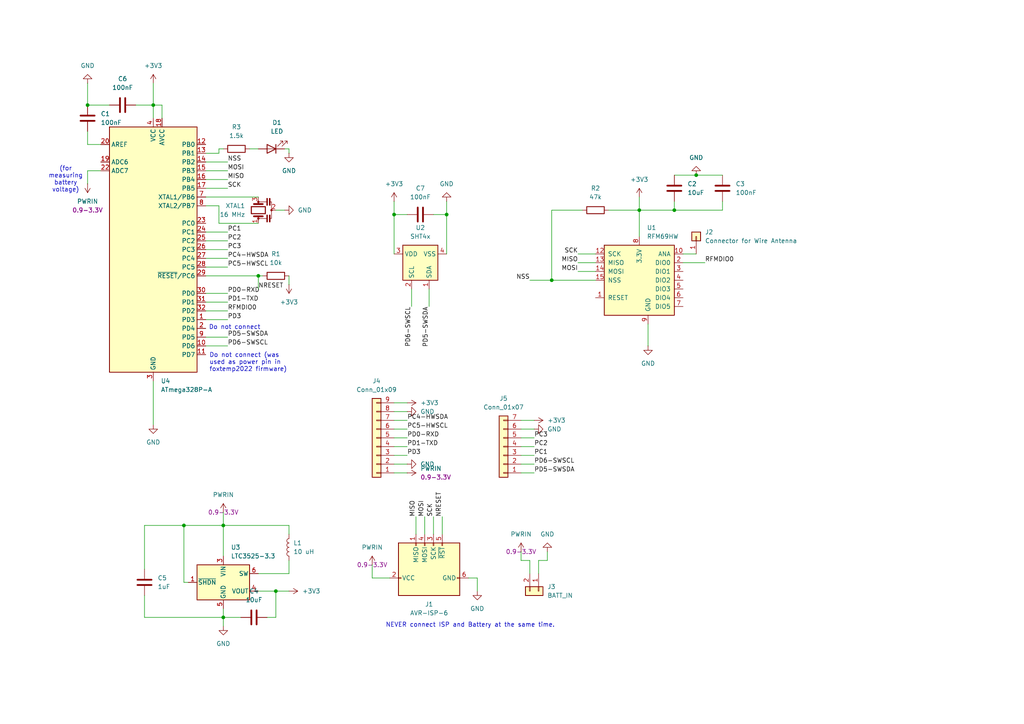
<source format=kicad_sch>
(kicad_sch (version 20231120) (generator "eeschema") (generator_version "8.0")
  (paper "A4")
  (lib_symbols
    (symbol "Connector:AVR-ISP-6" (pin_names (offset 1.016))
      (property "Reference" "J" (at -6.35 11.43 0))
      (property "Value" "AVR-ISP-6" (at 0 11.43 0))
      (symbol "AVR-ISP-6_0_1"
        (rectangle (start -2.667 -6.858) (end -2.413 -7.62))
        (rectangle (start -2.667 10.16) (end -2.413 9.398))
        (rectangle (start 7.62 -2.413) (end 6.858 -2.667))
        (rectangle (start 7.62 0.127) (end 6.858 -0.127))
        (rectangle (start 7.62 2.667) (end 6.858 2.413))
        (rectangle (start 7.62 5.207) (end 6.858 4.953))
        (rectangle (start 7.62 10.16) (end -7.62 -7.62) (stroke (width 0.254)) (fill (type background)))
      )
      (symbol "AVR-ISP-6_1_1"
        (pin passive line (at 10.16 5.08 180) (length 2.54) (name "MISO") (number "1"))
        (pin passive line (at -2.54 12.7 270) (length 2.54) (name "VCC") (number "2"))
        (pin passive line (at 10.16 0 180) (length 2.54) (name "SCK") (number "3"))
        (pin passive line (at 10.16 2.54 180) (length 2.54) (name "MOSI") (number "4"))
        (pin passive line (at 10.16 -2.54 180) (length 2.54) (name "~{RST}") (number "5"))
        (pin passive line (at -2.54 -10.16 90) (length 2.54) (name "GND") (number "6"))
      )
    )
    (symbol "Connector_Generic:Conn_01x01" (pin_names (offset 1.016) hide)
      (property "Reference" "J" (at 0 2.54 0))
      (property "Value" "Conn_01x01" (at 0 -2.54 0))
      (symbol "Conn_01x01_1_1"
        (rectangle (start -1.27 0.127) (end 0 -0.127) (stroke (width 0.1524)))
        (rectangle (start -1.27 1.27) (end 1.27 -1.27) (stroke (width 0.254)) (fill (type background)))
        (pin passive line (at -5.08 0 0) (length 3.81) (name "Pin_1") (number "1"))
      )
    )
    (symbol "Connector_Generic:Conn_01x02" (pin_names (offset 1.016) hide)
      (property "Reference" "J" (at 0 2.54 0))
      (property "Value" "Conn_01x02" (at 0 -5.08 0))
      (symbol "Conn_01x02_1_1"
        (rectangle (start -1.27 -2.413) (end 0 -2.667) (stroke (width 0.1524)))
        (rectangle (start -1.27 0.127) (end 0 -0.127) (stroke (width 0.1524)))
        (rectangle (start -1.27 1.27) (end 1.27 -3.81) (stroke (width 0.254)) (fill (type background)))
        (pin passive line (at -5.08 0 0) (length 3.81) (name "Pin_1") (number "1"))
        (pin passive line (at -5.08 -2.54 0) (length 3.81) (name "Pin_2") (number "2"))
      )
    )
    (symbol "Connector_Generic:Conn_01x07" (pin_names (offset 1.016) hide)
      (property "Reference" "J" (at 0 10.16 0))
      (property "Value" "Conn_01x07" (at 0 -10.16 0))
      (symbol "Conn_01x07_1_1"
        (rectangle (start -1.27 -7.493) (end 0 -7.747) (stroke (width 0.1524)))
        (rectangle (start -1.27 -4.953) (end 0 -5.207) (stroke (width 0.1524)))
        (rectangle (start -1.27 -2.413) (end 0 -2.667) (stroke (width 0.1524)))
        (rectangle (start -1.27 0.127) (end 0 -0.127) (stroke (width 0.1524)))
        (rectangle (start -1.27 2.667) (end 0 2.413) (stroke (width 0.1524)))
        (rectangle (start -1.27 5.207) (end 0 4.953) (stroke (width 0.1524)))
        (rectangle (start -1.27 7.747) (end 0 7.493) (stroke (width 0.1524)))
        (rectangle (start -1.27 8.89) (end 1.27 -8.89) (stroke (width 0.254)) (fill (type background)))
        (pin passive line (at -5.08 7.62 0) (length 3.81) (name "Pin_1") (number "1"))
        (pin passive line (at -5.08 5.08 0) (length 3.81) (name "Pin_2") (number "2"))
        (pin passive line (at -5.08 2.54 0) (length 3.81) (name "Pin_3") (number "3"))
        (pin passive line (at -5.08 0 0) (length 3.81) (name "Pin_4") (number "4"))
        (pin passive line (at -5.08 -2.54 0) (length 3.81) (name "Pin_5") (number "5"))
        (pin passive line (at -5.08 -5.08 0) (length 3.81) (name "Pin_6") (number "6"))
        (pin passive line (at -5.08 -7.62 0) (length 3.81) (name "Pin_7") (number "7"))
      )
    )
    (symbol "Connector_Generic:Conn_01x09" (pin_names (offset 1.016) hide)
      (property "Reference" "J" (at 0 12.7 0))
      (property "Value" "Conn_01x09" (at 0 -12.7 0))
      (symbol "Conn_01x09_1_1"
        (rectangle (start -1.27 -10.033) (end 0 -10.287) (stroke (width 0.1524)))
        (rectangle (start -1.27 -7.493) (end 0 -7.747) (stroke (width 0.1524)))
        (rectangle (start -1.27 -4.953) (end 0 -5.207) (stroke (width 0.1524)))
        (rectangle (start -1.27 -2.413) (end 0 -2.667) (stroke (width 0.1524)))
        (rectangle (start -1.27 0.127) (end 0 -0.127) (stroke (width 0.1524)))
        (rectangle (start -1.27 2.667) (end 0 2.413) (stroke (width 0.1524)))
        (rectangle (start -1.27 5.207) (end 0 4.953) (stroke (width 0.1524)))
        (rectangle (start -1.27 7.747) (end 0 7.493) (stroke (width 0.1524)))
        (rectangle (start -1.27 10.287) (end 0 10.033) (stroke (width 0.1524)))
        (rectangle (start -1.27 11.43) (end 1.27 -11.43) (stroke (width 0.254)) (fill (type background)))
        (pin passive line (at -5.08 10.16 0) (length 3.81) (name "Pin_1") (number "1"))
        (pin passive line (at -5.08 7.62 0) (length 3.81) (name "Pin_2") (number "2"))
        (pin passive line (at -5.08 5.08 0) (length 3.81) (name "Pin_3") (number "3"))
        (pin passive line (at -5.08 2.54 0) (length 3.81) (name "Pin_4") (number "4"))
        (pin passive line (at -5.08 0 0) (length 3.81) (name "Pin_5") (number "5"))
        (pin passive line (at -5.08 -2.54 0) (length 3.81) (name "Pin_6") (number "6"))
        (pin passive line (at -5.08 -5.08 0) (length 3.81) (name "Pin_7") (number "7"))
        (pin passive line (at -5.08 -7.62 0) (length 3.81) (name "Pin_8") (number "8"))
        (pin passive line (at -5.08 -10.16 0) (length 3.81) (name "Pin_9") (number "9"))
      )
    )
    (symbol "Device:C" (pin_numbers hide) (pin_names (offset 0.254))
      (property "Reference" "C" (at 0.635 2.54 0))
      (property "Value" "C" (at 0.635 -2.54 0))
      (symbol "C_0_1"
        (polyline (pts (xy -2.032 -0.762) (xy 2.032 -0.762)) (stroke (width 0.508)))
        (polyline (pts (xy -2.032 0.762) (xy 2.032 0.762)) (stroke (width 0.508)))
      )
      (symbol "C_1_1"
        (pin passive line (at 0 3.81 270) (length 2.794) (name "~") (number "1"))
        (pin passive line (at 0 -3.81 90) (length 2.794) (name "~") (number "2"))
      )
    )
    (symbol "Device:L" (pin_numbers hide) (pin_names (offset 1.016) hide)
      (property "Reference" "L" (at -1.27 0 90))
      (property "Value" "L" (at 1.905 0 90))
      (symbol "L_0_1"
        (arc (start 0 -2.54) (mid 0.6323 -1.905) (end 0 -1.27))
        (arc (start 0 -1.27) (mid 0.6323 -0.635) (end 0 0))
        (arc (start 0 0) (mid 0.6323 0.635) (end 0 1.27))
        (arc (start 0 1.27) (mid 0.6323 1.905) (end 0 2.54))
      )
      (symbol "L_1_1"
        (pin passive line (at 0 3.81 270) (length 1.27) (name "1") (number "1"))
        (pin passive line (at 0 -3.81 90) (length 1.27) (name "2") (number "2"))
      )
    )
    (symbol "Device:LED" (pin_numbers hide) (pin_names (offset 1.016) hide)
      (property "Reference" "D" (at 0 2.54 0))
      (property "Value" "LED" (at 0 -2.54 0))
      (symbol "LED_0_1"
        (polyline (pts (xy -1.27 -1.27) (xy -1.27 1.27)) (stroke (width 0.254)))
        (polyline (pts (xy -1.27 0) (xy 1.27 0)))
        (polyline (pts (xy 1.27 -1.27) (xy 1.27 1.27) (xy -1.27 0) (xy 1.27 -1.27)) (stroke (width 0.254)))
        (polyline (pts (xy -3.048 -0.762) (xy -4.572 -2.286) (xy -3.81 -2.286) (xy -4.572 -2.286) (xy -4.572 -1.524)))
        (polyline (pts (xy -1.778 -0.762) (xy -3.302 -2.286) (xy -2.54 -2.286) (xy -3.302 -2.286) (xy -3.302 -1.524)))
      )
      (symbol "LED_1_1"
        (pin passive line (at -3.81 0 0) (length 2.54) (name "K") (number "1"))
        (pin passive line (at 3.81 0 180) (length 2.54) (name "A") (number "2"))
      )
    )
    (symbol "Device:R" (pin_numbers hide) (pin_names (offset 0))
      (property "Reference" "R" (at 2.032 0 90))
      (property "Value" "R" (at 0 0 90))
      (symbol "R_0_1"
        (rectangle (start -1.016 -2.54) (end 1.016 2.54) (stroke (width 0.254)))
      )
      (symbol "R_1_1"
        (pin passive line (at 0 3.81 270) (length 1.27) (name "~") (number "1"))
        (pin passive line (at 0 -3.81 90) (length 1.27) (name "~") (number "2"))
      )
    )
    (symbol "Device:Resonator" (pin_names (offset 1.016) hide)
      (property "Reference" "Y" (at 0 5.715 0))
      (property "Value" "Resonator" (at 0 3.81 0))
      (symbol "Resonator_0_1"
        (rectangle (start -3.429 -3.175) (end -1.397 -3.429) (fill (type outline)))
        (rectangle (start -3.429 -2.413) (end -1.397 -2.667) (fill (type outline)))
        (circle (center -2.413 0) (radius 0.254) (fill (type outline)))
        (rectangle (start -1.016 2.032) (end 1.016 -2.032) (stroke (width 0.3048)))
        (circle (center 0 -3.81) (radius 0.254) (fill (type outline)))
        (polyline (pts (xy -2.413 -2.413) (xy -2.413 0)))
        (polyline (pts (xy -1.905 0) (xy -3.175 0)))
        (polyline (pts (xy -1.778 -1.27) (xy -1.778 1.27)) (stroke (width 0.508)))
        (polyline (pts (xy 1.778 -1.27) (xy 1.778 1.27)) (stroke (width 0.508)))
        (polyline (pts (xy 1.905 0) (xy 2.54 0)))
        (polyline (pts (xy 2.413 0) (xy 2.413 -2.54)))
        (polyline (pts (xy 2.413 -3.302) (xy 2.413 -3.81) (xy -2.413 -3.81) (xy -2.413 -3.302)))
        (rectangle (start 1.397 -3.175) (end 3.429 -3.429) (fill (type outline)))
        (rectangle (start 1.397 -2.413) (end 3.429 -2.667) (fill (type outline)))
        (circle (center 2.413 0) (radius 0.254) (fill (type outline)))
      )
      (symbol "Resonator_1_1"
        (pin passive line (at -3.81 0 0) (length 1.27) (name "1") (number "1"))
        (pin passive line (at 0 -5.08 90) (length 1.27) (name "2") (number "2"))
        (pin passive line (at 3.81 0 180) (length 1.27) (name "3") (number "3"))
      )
    )
    (symbol "MCU_Microchip_ATmega:ATmega328P-A"
      (property "Reference" "U" (at -12.7 36.83 0))
      (property "Value" "ATmega328P-A" (at 2.54 -36.83 0))
      (symbol "ATmega328P-A_0_1"
        (rectangle (start -12.7 -35.56) (end 12.7 35.56) (stroke (width 0.254)) (fill (type background)))
      )
      (symbol "ATmega328P-A_1_1"
        (pin bidirectional line (at 15.24 -20.32 180) (length 2.54) (name "PD3") (number "1"))
        (pin bidirectional line (at 15.24 -27.94 180) (length 2.54) (name "PD6") (number "10"))
        (pin bidirectional line (at 15.24 -30.48 180) (length 2.54) (name "PD7") (number "11"))
        (pin bidirectional line (at 15.24 30.48 180) (length 2.54) (name "PB0") (number "12"))
        (pin bidirectional line (at 15.24 27.94 180) (length 2.54) (name "PB1") (number "13"))
        (pin bidirectional line (at 15.24 25.4 180) (length 2.54) (name "PB2") (number "14"))
        (pin bidirectional line (at 15.24 22.86 180) (length 2.54) (name "PB3") (number "15"))
        (pin bidirectional line (at 15.24 20.32 180) (length 2.54) (name "PB4") (number "16"))
        (pin bidirectional line (at 15.24 17.78 180) (length 2.54) (name "PB5") (number "17"))
        (pin power_in line (at 2.54 38.1 270) (length 2.54) (name "AVCC") (number "18"))
        (pin input line (at -15.24 25.4 0) (length 2.54) (name "ADC6") (number "19"))
        (pin bidirectional line (at 15.24 -22.86 180) (length 2.54) (name "PD4") (number "2"))
        (pin passive line (at -15.24 30.48 0) (length 2.54) (name "AREF") (number "20"))
        (pin passive line (at 0 -38.1 90) (length 2.54) hide (name "GND") (number "21"))
        (pin input line (at -15.24 22.86 0) (length 2.54) (name "ADC7") (number "22"))
        (pin bidirectional line (at 15.24 7.62 180) (length 2.54) (name "PC0") (number "23"))
        (pin bidirectional line (at 15.24 5.08 180) (length 2.54) (name "PC1") (number "24"))
        (pin bidirectional line (at 15.24 2.54 180) (length 2.54) (name "PC2") (number "25"))
        (pin bidirectional line (at 15.24 0 180) (length 2.54) (name "PC3") (number "26"))
        (pin bidirectional line (at 15.24 -2.54 180) (length 2.54) (name "PC4") (number "27"))
        (pin bidirectional line (at 15.24 -5.08 180) (length 2.54) (name "PC5") (number "28"))
        (pin bidirectional line (at 15.24 -7.62 180) (length 2.54) (name "~{RESET}/PC6") (number "29"))
        (pin power_in line (at 0 -38.1 90) (length 2.54) (name "GND") (number "3"))
        (pin bidirectional line (at 15.24 -12.7 180) (length 2.54) (name "PD0") (number "30"))
        (pin bidirectional line (at 15.24 -15.24 180) (length 2.54) (name "PD1") (number "31"))
        (pin bidirectional line (at 15.24 -17.78 180) (length 2.54) (name "PD2") (number "32"))
        (pin power_in line (at 0 38.1 270) (length 2.54) (name "VCC") (number "4"))
        (pin passive line (at 0 -38.1 90) (length 2.54) hide (name "GND") (number "5"))
        (pin passive line (at 0 38.1 270) (length 2.54) hide (name "VCC") (number "6"))
        (pin bidirectional line (at 15.24 15.24 180) (length 2.54) (name "XTAL1/PB6") (number "7"))
        (pin bidirectional line (at 15.24 12.7 180) (length 2.54) (name "XTAL2/PB7") (number "8"))
        (pin bidirectional line (at 15.24 -25.4 180) (length 2.54) (name "PD5") (number "9"))
      )
    )
    (symbol "RF_Module:RFM69HW" (pin_names (offset 1.016))
      (property "Reference" "U" (at -3.81 11.43 0))
      (property "Value" "RFM69HW" (at -7.62 13.97 0))
      (symbol "RFM69HW_0_1"
        (rectangle (start -10.16 10.16) (end 10.16 -10.16) (stroke (width 0.254)) (fill (type background)))
      )
      (symbol "RFM69HW_1_1"
        (pin input line (at -12.7 -5.08 0) (length 2.54) (name "RESET") (number "1"))
        (pin output line (at 12.7 7.62 180) (length 2.54) (name "ANA") (number "10"))
        (pin passive line (at 2.54 -12.7 90) (length 2.54) hide (name "GND") (number "11"))
        (pin input line (at -12.7 7.62 0) (length 2.54) (name "SCK") (number "12"))
        (pin output line (at -12.7 5.08 0) (length 2.54) (name "MISO") (number "13"))
        (pin input line (at -12.7 2.54 0) (length 2.54) (name "MOSI") (number "14"))
        (pin input line (at -12.7 0 0) (length 2.54) (name "NSS") (number "15"))
        (pin no_connect line (at -2.54 -10.16 90) (length 2.54) hide (name "NC") (number "16"))
        (pin bidirectional line (at 12.7 5.08 180) (length 2.54) (name "DIO0") (number "2"))
        (pin bidirectional line (at 12.7 2.54 180) (length 2.54) (name "DIO1") (number "3"))
        (pin bidirectional line (at 12.7 0 180) (length 2.54) (name "DIO2") (number "4"))
        (pin bidirectional line (at 12.7 -2.54 180) (length 2.54) (name "DIO3") (number "5"))
        (pin bidirectional line (at 12.7 -5.08 180) (length 2.54) (name "DIO4") (number "6"))
        (pin bidirectional line (at 12.7 -7.62 180) (length 2.54) (name "DIO5") (number "7"))
        (pin power_in line (at 0 12.7 270) (length 2.54) (name "3.3V") (number "8"))
        (pin power_in line (at 2.54 -12.7 90) (length 2.54) (name "GND") (number "9"))
      )
    )
    (symbol "Regulator_Switching:LTC3525-3.3" (pin_names (offset 0.254))
      (property "Reference" "U" (at -6.35 6.35 0))
      (property "Value" "LTC3525-3.3" (at 1.27 6.35 0))
      (symbol "LTC3525-3.3_0_1"
        (rectangle (start -7.62 5.08) (end 7.62 -5.08) (stroke (width 0.254)) (fill (type background)))
      )
      (symbol "LTC3525-3.3_1_1"
        (pin input line (at -10.16 0 0) (length 2.54) (name "~{SHDN}") (number "1"))
        (pin passive line (at 0 -7.62 90) (length 2.54) hide (name "GND") (number "2"))
        (pin power_in line (at 0 7.62 270) (length 2.54) (name "VIN") (number "3"))
        (pin power_out line (at 10.16 -2.54 180) (length 2.54) (name "VOUT") (number "4"))
        (pin power_in line (at 0 -7.62 90) (length 2.54) (name "GND") (number "5"))
        (pin input line (at 10.16 2.54 180) (length 2.54) (name "SW") (number "6"))
      )
    )
    (symbol "Sensor_Humidity:SHT4x"
      (property "Reference" "U" (at 0 8.89 0))
      (property "Value" "SHT4x" (at 0 6.35 0))
      (symbol "SHT4x_1_1"
        (rectangle (start -5.08 5.08) (end 5.08 -5.08) (stroke (width 0.254)) (fill (type background)))
        (pin bidirectional line (at -7.62 -2.54 0) (length 2.54) (name "SDA") (number "1"))
        (pin input line (at -7.62 2.54 0) (length 2.54) (name "SCL") (number "2"))
        (pin power_in line (at 2.54 7.62 270) (length 2.54) (name "VDD") (number "3"))
        (pin power_in line (at 2.54 -7.62 90) (length 2.54) (name "VSS") (number "4"))
      )
    )
    (symbol "power:+3V3" (power) (pin_numbers hide) (pin_names (offset 0) hide)
      (property "Value" "+3V3" (at 0 3.556 0))
      (symbol "+3V3_0_1"
        (polyline (pts (xy -0.762 1.27) (xy 0 2.54)))
        (polyline (pts (xy 0 0) (xy 0 2.54)))
        (polyline (pts (xy 0 2.54) (xy 0.762 1.27)))
      )
      (symbol "+3V3_1_1"
        (pin power_in line (at 0 0 90) (length 0) (name "~") (number "1"))
      )
    )
    (symbol "power:+BATT" (power) (pin_numbers hide) (pin_names (offset 0) hide)
      (property "Value" "+BATT" (at 0 3.556 0))
      (symbol "+BATT_0_1"
        (polyline (pts (xy -0.762 1.27) (xy 0 2.54)))
        (polyline (pts (xy 0 0) (xy 0 2.54)))
        (polyline (pts (xy 0 2.54) (xy 0.762 1.27)))
      )
      (symbol "+BATT_1_1"
        (pin power_in line (at 0 0 90) (length 0) (name "~") (number "1"))
      )
    )
    (symbol "power:GND" (power) (pin_numbers hide) (pin_names (offset 0) hide)
      (property "Value" "GND" (at 0 -3.81 0))
      (symbol "GND_0_1"
        (polyline (pts (xy 0 0) (xy 0 -1.27) (xy 1.27 -1.27) (xy 0 -2.54) (xy -1.27 -1.27) (xy 0 -1.27)))
      )
      (symbol "GND_1_1"
        (pin power_in line (at 0 0 270) (length 0) (name "~") (number "1"))
      )
    )
  )
  (junction (at 80.01 171.45))
  (junction (at 160.02 81.28))
  (junction (at 201.93 50.8))
  (junction (at 64.77 152.4))
  (junction (at 74.93 80.01))
  (junction (at 195.58 60.96))
  (junction (at 53.34 152.4))
  (junction (at 185.42 60.96))
  (junction (at 64.77 179.07))
  (junction (at 25.4 30.48))
  (junction (at 44.45 30.48))
  (junction (at 114.3 62.23))
  (junction (at 129.54 62.23))
  (wire (pts (xy 83.82 82.55) (xy 83.82 80.01)))
  (wire (pts (xy 63.5 64.77) (xy 63.5 59.69)))
  (wire (pts (xy 114.3 62.23) (xy 114.3 73.66)))
  (wire (pts (xy 83.82 43.18) (xy 83.82 44.45)))
  (wire (pts (xy 160.02 60.96) (xy 160.02 81.28)))
  (wire (pts (xy 168.91 60.96) (xy 160.02 60.96)))
  (wire (pts (xy 25.4 53.34) (xy 25.4 49.53)))
  (wire (pts (xy 153.67 166.37) (xy 153.67 162.56)))
  (wire (pts (xy 59.69 57.15) (xy 74.93 57.15)))
  (wire (pts (xy 83.82 152.4) (xy 64.77 152.4)))
  (wire (pts (xy 195.58 60.96) (xy 195.58 58.42)))
  (wire (pts (xy 120.65 149.86) (xy 120.65 154.94)))
  (wire (pts (xy 25.4 38.1) (xy 25.4 41.91)))
  (wire (pts (xy 72.39 43.18) (xy 74.93 43.18)))
  (wire (pts (xy 41.91 179.07) (xy 41.91 172.72)))
  (wire (pts (xy 151.13 132.08) (xy 154.94 132.08)))
  (wire (pts (xy 41.91 165.1) (xy 41.91 152.4)))
  (wire (pts (xy 185.42 60.96) (xy 185.42 68.58)))
  (wire (pts (xy 25.4 24.13) (xy 25.4 30.48)))
  (wire (pts (xy 151.13 134.62) (xy 154.94 134.62)))
  (wire (pts (xy 54.61 168.91) (xy 53.34 168.91)))
  (wire (pts (xy 77.47 179.07) (xy 80.01 179.07)))
  (wire (pts (xy 125.73 62.23) (xy 129.54 62.23)))
  (wire (pts (xy 129.54 62.23) (xy 129.54 73.66)))
  (wire (pts (xy 83.82 166.37) (xy 83.82 162.56)))
  (wire (pts (xy 151.13 137.16) (xy 154.94 137.16)))
  (wire (pts (xy 25.4 30.48) (xy 31.75 30.48)))
  (wire (pts (xy 160.02 81.28) (xy 172.72 81.28)))
  (wire (pts (xy 76.2 80.01) (xy 74.93 80.01)))
  (wire (pts (xy 44.45 24.13) (xy 44.45 30.48)))
  (wire (pts (xy 64.77 176.53) (xy 64.77 179.07)))
  (wire (pts (xy 156.21 162.56) (xy 156.21 166.37)))
  (wire (pts (xy 59.69 52.07) (xy 66.04 52.07)))
  (wire (pts (xy 25.4 41.91) (xy 29.21 41.91)))
  (wire (pts (xy 153.67 162.56) (xy 151.13 162.56)))
  (wire (pts (xy 44.45 30.48) (xy 46.99 30.48)))
  (wire (pts (xy 74.93 166.37) (xy 83.82 166.37)))
  (wire (pts (xy 74.93 64.77) (xy 63.5 64.77)))
  (wire (pts (xy 158.75 162.56) (xy 156.21 162.56)))
  (wire (pts (xy 63.5 44.45) (xy 63.5 43.18)))
  (wire (pts (xy 151.13 121.92) (xy 154.94 121.92)))
  (wire (pts (xy 195.58 50.8) (xy 201.93 50.8)))
  (wire (pts (xy 59.69 100.33) (xy 66.04 100.33)))
  (wire (pts (xy 129.54 58.42) (xy 129.54 62.23)))
  (wire (pts (xy 114.3 137.16) (xy 118.11 137.16)))
  (wire (pts (xy 59.69 54.61) (xy 66.04 54.61)))
  (wire (pts (xy 63.5 43.18) (xy 64.77 43.18)))
  (wire (pts (xy 151.13 129.54) (xy 154.94 129.54)))
  (wire (pts (xy 63.5 59.69) (xy 59.69 59.69)))
  (wire (pts (xy 59.69 67.31) (xy 66.04 67.31)))
  (wire (pts (xy 53.34 168.91) (xy 53.34 152.4)))
  (wire (pts (xy 176.53 60.96) (xy 185.42 60.96)))
  (wire (pts (xy 123.19 149.86) (xy 123.19 154.94)))
  (wire (pts (xy 167.64 76.2) (xy 172.72 76.2)))
  (wire (pts (xy 107.95 163.83) (xy 107.95 167.64)))
  (wire (pts (xy 114.3 119.38) (xy 118.11 119.38)))
  (wire (pts (xy 201.93 50.8) (xy 209.55 50.8)))
  (wire (pts (xy 53.34 152.4) (xy 64.77 152.4)))
  (wire (pts (xy 185.42 57.15) (xy 185.42 60.96)))
  (wire (pts (xy 44.45 110.49) (xy 44.45 123.19)))
  (wire (pts (xy 114.3 58.42) (xy 114.3 62.23)))
  (wire (pts (xy 125.73 149.86) (xy 125.73 154.94)))
  (wire (pts (xy 59.69 44.45) (xy 63.5 44.45)))
  (wire (pts (xy 74.93 80.01) (xy 74.93 83.82)))
  (wire (pts (xy 114.3 121.92) (xy 118.11 121.92)))
  (wire (pts (xy 59.69 92.71) (xy 66.04 92.71)))
  (wire (pts (xy 135.89 167.64) (xy 138.43 167.64)))
  (wire (pts (xy 151.13 162.56) (xy 151.13 160.02)))
  (wire (pts (xy 114.3 116.84) (xy 118.11 116.84)))
  (wire (pts (xy 59.69 90.17) (xy 66.04 90.17)))
  (wire (pts (xy 59.69 72.39) (xy 66.04 72.39)))
  (wire (pts (xy 64.77 179.07) (xy 64.77 181.61)))
  (wire (pts (xy 59.69 97.79) (xy 66.04 97.79)))
  (wire (pts (xy 59.69 69.85) (xy 66.04 69.85)))
  (wire (pts (xy 59.69 46.99) (xy 66.04 46.99)))
  (wire (pts (xy 39.37 30.48) (xy 44.45 30.48)))
  (wire (pts (xy 80.01 60.96) (xy 82.55 60.96)))
  (wire (pts (xy 187.96 93.98) (xy 187.96 100.33)))
  (wire (pts (xy 151.13 124.46) (xy 154.94 124.46)))
  (wire (pts (xy 185.42 60.96) (xy 195.58 60.96)))
  (wire (pts (xy 80.01 179.07) (xy 80.01 171.45)))
  (wire (pts (xy 66.04 85.09) (xy 59.69 85.09)))
  (wire (pts (xy 64.77 148.59) (xy 64.77 152.4)))
  (wire (pts (xy 167.64 73.66) (xy 172.72 73.66)))
  (wire (pts (xy 114.3 124.46) (xy 118.11 124.46)))
  (wire (pts (xy 44.45 30.48) (xy 44.45 34.29)))
  (wire (pts (xy 128.27 149.86) (xy 128.27 154.94)))
  (wire (pts (xy 138.43 167.64) (xy 138.43 171.45)))
  (wire (pts (xy 114.3 129.54) (xy 118.11 129.54)))
  (wire (pts (xy 59.69 77.47) (xy 66.04 77.47)))
  (wire (pts (xy 25.4 49.53) (xy 29.21 49.53)))
  (wire (pts (xy 64.77 179.07) (xy 41.91 179.07)))
  (wire (pts (xy 114.3 62.23) (xy 118.11 62.23)))
  (wire (pts (xy 167.64 78.74) (xy 172.72 78.74)))
  (wire (pts (xy 209.55 60.96) (xy 209.55 58.42)))
  (wire (pts (xy 124.46 83.82) (xy 124.46 88.9)))
  (wire (pts (xy 41.91 152.4) (xy 53.34 152.4)))
  (wire (pts (xy 59.69 87.63) (xy 66.04 87.63)))
  (wire (pts (xy 114.3 132.08) (xy 118.11 132.08)))
  (wire (pts (xy 83.82 154.94) (xy 83.82 152.4)))
  (wire (pts (xy 59.69 80.01) (xy 74.93 80.01)))
  (wire (pts (xy 151.13 127) (xy 154.94 127)))
  (wire (pts (xy 158.75 160.02) (xy 158.75 162.56)))
  (wire (pts (xy 59.69 49.53) (xy 66.04 49.53)))
  (wire (pts (xy 119.38 83.82) (xy 119.38 88.9)))
  (wire (pts (xy 198.12 76.2) (xy 204.47 76.2)))
  (wire (pts (xy 153.67 81.28) (xy 160.02 81.28)))
  (wire (pts (xy 82.55 43.18) (xy 83.82 43.18)))
  (wire (pts (xy 46.99 34.29) (xy 46.99 30.48)))
  (wire (pts (xy 114.3 134.62) (xy 118.11 134.62)))
  (wire (pts (xy 80.01 171.45) (xy 83.82 171.45)))
  (wire (pts (xy 114.3 127) (xy 118.11 127)))
  (wire (pts (xy 107.95 167.64) (xy 113.03 167.64)))
  (wire (pts (xy 64.77 152.4) (xy 64.77 161.29)))
  (wire (pts (xy 198.12 73.66) (xy 201.93 73.66)))
  (wire (pts (xy 74.93 171.45) (xy 80.01 171.45)))
  (wire (pts (xy 64.77 179.07) (xy 69.85 179.07)))
  (wire (pts (xy 195.58 60.96) (xy 209.55 60.96)))
  (wire (pts (xy 59.69 74.93) (xy 66.04 74.93)))
  (text "Do not connect" (at 68.072 94.996 0) (effects (font (size 1.27 1.27))))
  (text "NEVER connect ISP and Battery at the same time." (at 136.398 181.356 0) (effects (font (size 1.27 1.27))))
  (text "(for\nmeasuring\nbattery\nvoltage)" (at 19.05 52.07 0) (effects (font (size 1.27 1.27))))
  (text "Do not connect (was\nused as power pin in\nfoxtemp2022 firmware)" (at 60.706 102.362 0) (effects (font (size 1.27 1.27)) (justify left top)))
  (label "PC3" (at 154.94 127 0))
  (label "PD6-SWSCL" (at 66.04 100.33 0))
  (label "PD1-TXD" (at 66.04 87.63 0))
  (label "SCK" (at 66.04 54.61 0))
  (label "PC2" (at 66.04 69.85 0))
  (label "PD5-SWSDA" (at 154.94 137.16 0))
  (label "PD5-SWSDA" (at 66.04 97.79 0))
  (label "MISO" (at 66.04 52.07 0))
  (label "PC3" (at 66.04 72.39 0))
  (label "PD0-RXD" (at 118.11 127 0))
  (label "PD1-TXD" (at 118.11 129.54 0))
  (label "PD6-SWSCL" (at 119.38 88.9 270))
  (label "MOSI" (at 167.64 78.74 180))
  (label "NSS" (at 66.04 46.99 0))
  (label "RFMDIO0" (at 66.04 90.17 0))
  (label "PD5-SWSDA" (at 124.46 88.9 270))
  (label "PC4-HWSDA" (at 66.04 74.93 0))
  (label "RFMDIO0" (at 204.47 76.2 0))
  (label "SCK" (at 125.73 149.86 90))
  (label "PC1" (at 66.04 67.31 0))
  (label "PC2" (at 154.94 129.54 0))
  (label "PD6-SWSCL" (at 154.94 134.62 0))
  (label "NSS" (at 153.67 81.28 180))
  (label "MISO" (at 120.65 149.86 90))
  (label "PD3" (at 66.04 92.71 0))
  (label "PC5-HWSCL" (at 118.11 124.46 0))
  (label "NRESET" (at 74.93 83.82 0))
  (label "MOSI" (at 123.19 149.86 90))
  (label "PC4-HWSDA" (at 118.11 121.92 0))
  (label "PC5-HWSCL" (at 66.04 77.47 0))
  (label "PD3" (at 118.11 132.08 0))
  (label "PC1" (at 154.94 132.08 0))
  (label "MISO" (at 167.64 76.2 180))
  (label "PD0-RXD" (at 66.04 85.09 0))
  (label "MOSI" (at 66.04 49.53 0))
  (label "NRESET" (at 128.27 149.86 90))
  (label "SCK" (at 167.64 73.66 180))
  (symbol (lib_id "power:GND") (at 138.43 171.45 0) (unit 1)
    (property "Reference" "#PWR012" (effects (hide yes)))
    (property "Value" "GND" (at 138.43 176.53 0))
    (property "Description" "Power symbol creates a global label with name \"GND\" , ground" (effects (hide yes)))
  )
  (symbol (lib_id "Device:Resonator") (at 74.93 60.96 90) (unit 1)
    (property "Reference" "XTAL1" (at 71.12 59.6899 90) (effects (justify left)))
    (property "Value" "16 MHz" (at 71.12 62.2299 90) (effects (justify left)))
    (property "Footprint" "Crystal:Resonator_SMD_Murata_CSTxExxV-3Pin_3.0x1.1mm" (effects (hide yes)))
    (property "Description" "Three pin ceramic resonator, 16 Mhz" (effects (hide yes)))
  )
  (symbol (lib_id "power:GND") (at 118.11 134.62 90) (unit 1)
    (property "Reference" "#PWR022" (effects (hide yes)))
    (property "Value" "GND" (at 121.92 134.6199 90) (effects (justify right)))
    (property "Description" "Power symbol creates a global label with name \"GND\" , ground" (effects (hide yes)))
  )
  (symbol (lib_id "power:GND") (at 83.82 44.45 0) (unit 1)
    (property "Reference" "#PWR017" (effects (hide yes)))
    (property "Value" "GND" (at 83.82 49.53 0))
    (property "Description" "Power symbol creates a global label with name \"GND\" , ground" (effects (hide yes)))
  )
  (symbol (lib_id "Device:R") (at 80.01 80.01 90) (unit 1)
    (property "Reference" "R1" (at 80.01 73.66 90))
    (property "Value" "10k" (at 80.01 76.2 90))
    (property "Footprint" "Resistor_SMD:R_0402_1005Metric" (effects (hide yes)))
    (property "Description" "Resistor" (effects (hide yes)))
  )
  (symbol (lib_id "Regulator_Switching:LTC3525-3.3") (at 64.77 168.91 0) (unit 1)
    (property "Reference" "U3" (at 66.9641 158.75 0) (effects (justify left)))
    (property "Value" "LTC3525-3.3" (at 66.9641 161.29 0) (effects (justify left)))
    (property "Footprint" "Package_TO_SOT_SMD:SOT-363_SC-70-6" (effects (hide yes)))
    (property "Datasheet" "https://www.analog.com/media/en/technical-documentation/data-sheets/3525fc.pdf" (effects (hide yes)))
    (property "Description" "Fixed 3V3, 400mA Micropower Synchronous Step-Up DC/DC Converter with Output Disconnect, SC-70-6" (effects (hide yes)))
  )
  (symbol (lib_id "power:GND") (at 158.75 160.02 180) (unit 1)
    (property "Reference" "#PWR016" (effects (hide yes)))
    (property "Value" "GND" (at 158.75 154.94 0))
    (property "Description" "Power symbol creates a global label with name \"GND\" , ground" (effects (hide yes)))
  )
  (symbol (lib_id "power:+BATT") (at 107.95 163.83 0) (unit 1)
    (property "Reference" "#PWR011" (effects (hide yes)))
    (property "Value" "PWRIN" (at 107.95 158.75 0))
    (property "Description" "0.9-3.3V" (at 107.95 163.83 0))
  )
  (symbol (lib_id "RF_Module:RFM69HW") (at 185.42 81.28 0) (unit 1) (in_bom no)
    (property "Reference" "U1" (at 187.6141 66.04 0) (effects (justify left)))
    (property "Value" "RFM69HW" (at 187.6141 68.58 0) (effects (justify left)))
    (property "Footprint" "RF_Module:HOPERF_RFM69HW" (effects (hide yes)))
    (property "Datasheet" "https://www.hoperf.com/data/upload/portal/20181127/5bfcbb56f1fd7.pdf" (effects (hide yes)))
    (property "Description" "ISM Radio Transceiver Module, SPI interface" (effects (hide yes)))
  )
  (symbol (lib_id "MCU_Microchip_ATmega:ATmega328P-A") (at 44.45 72.39 0) (unit 1)
    (property "Reference" "U4" (at 46.6441 110.49 0) (effects (justify left)))
    (property "Value" "ATmega328P-A" (at 46.6441 113.03 0) (effects (justify left)))
    (property "Footprint" "Package_QFP:TQFP-32_7x7mm_P0.8mm" (effects (hide yes)))
    (property "Datasheet" "http://ww1.microchip.com/downloads/en/DeviceDoc/ATmega328_P%20AVR%20MCU%20with%20picoPower%20Technology%20Data%20Sheet%2040001984A.pdf" (effects (hide yes)))
    (property "Description" "20MHz, 32kB Flash, 2kB SRAM, 1kB EEPROM, TQFP-32" (effects (hide yes)))
  )
  (symbol (lib_id "power:+BATT") (at 25.4 53.34 180) (unit 1)
    (property "Reference" "#PWR014" (effects (hide yes)))
    (property "Value" "PWRIN" (at 25.4 58.42 0))
    (property "Description" "0.9-3.3V" (at 25.4 60.96 0))
  )
  (symbol (lib_id "power:GND") (at 118.11 119.38 90) (unit 1)
    (property "Reference" "#PWR020" (effects (hide yes)))
    (property "Value" "GND" (at 121.92 119.3799 90) (effects (justify right)))
    (property "Description" "Power symbol creates a global label with name \"GND\" , ground" (effects (hide yes)))
  )
  (symbol (lib_id "Sensor_Humidity:SHT4x") (at 121.92 76.2 90) (unit 1)
    (property "Reference" "U2" (at 121.92 66.04 90))
    (property "Value" "SHT4x" (at 121.92 68.58 90))
    (property "Footprint" "Sensor_Humidity:Sensirion_DFN-4_1.5x1.5mm_P0.8mm_SHT4x_NoCentralPad" (effects (hide yes)))
    (property "Datasheet" "https://sensirion.com/media/documents/33FD6951/624C4357/Datasheet_SHT4x.pdf" (effects (hide yes)))
    (property "Description" "Digital Humidity and Temperature Sensor, +/-1%RH, +/-0.1degC, I2C, 1.08-3.6V, 16bit, DFN-4" (effects (hide yes)))
  )
  (symbol (lib_id "Device:R") (at 68.58 43.18 90) (unit 1)
    (property "Reference" "R3" (at 68.58 36.83 90))
    (property "Value" "1.5k" (at 68.58 39.37 90))
    (property "Footprint" "Resistor_SMD:R_0402_1005Metric" (effects (hide yes)))
    (property "Description" "Resistor" (effects (hide yes)))
  )
  (symbol (lib_id "power:+3V3") (at 114.3 58.42 0) (unit 1)
    (property "Reference" "#PWR023" (effects (hide yes)))
    (property "Value" "+3V3" (at 114.3 53.34 0))
    (property "Description" "Power symbol creates a global label with name \"+3V3\"" (effects (hide yes)))
  )
  (symbol (lib_id "power:GND") (at 64.77 181.61 0) (unit 1)
    (property "Reference" "#PWR010" (effects (hide yes)))
    (property "Value" "GND" (at 64.77 186.69 0))
    (property "Description" "Power symbol creates a global label with name \"GND\" , ground" (effects (hide yes)))
  )
  (symbol (lib_id "power:+BATT") (at 64.77 148.59 0) (unit 1)
    (property "Reference" "#PWR05" (effects (hide yes)))
    (property "Value" "PWRIN" (at 64.77 143.51 0))
    (property "Description" "0.9-3.3V" (at 64.77 148.59 0))
  )
  (symbol (lib_id "Connector:AVR-ISP-6") (at 125.73 165.1 90) (unit 1) (in_bom no)
    (property "Reference" "J1" (at 124.46 175.26 90))
    (property "Value" "AVR-ISP-6" (at 124.46 177.8 90))
    (property "Footprint" "Connector_IDC:IDC-Header_2x03_P2.54mm_Vertical" (effects (hide yes)))
    (property "Datasheet" " ~" (effects (hide yes)))
    (property "Description" "Atmel 6-pin ISP connector" (effects (hide yes)))
  )
  (symbol (lib_id "power:+3V3") (at 83.82 171.45 270) (unit 1)
    (property "Reference" "#PWR09" (effects (hide yes)))
    (property "Value" "+3V3" (at 87.63 171.4499 90) (effects (justify left)))
    (property "Description" "Power symbol creates a global label with name \"+3V3\"" (effects (hide yes)))
  )
  (symbol (lib_id "power:GND") (at 187.96 100.33 0) (unit 1)
    (property "Reference" "#PWR01" (effects (hide yes)))
    (property "Value" "GND" (at 187.96 105.41 0))
    (property "Description" "Power symbol creates a global label with name \"GND\" , ground" (effects (hide yes)))
  )
  (symbol (lib_id "power:GND") (at 154.94 124.46 90) (unit 1)
    (property "Reference" "#PWR019" (effects (hide yes)))
    (property "Value" "GND" (at 158.75 124.4599 90) (effects (justify right)))
    (property "Description" "Power symbol creates a global label with name \"GND\" , ground" (effects (hide yes)))
  )
  (symbol (lib_id "Device:C") (at 73.66 179.07 90) (unit 1)
    (property "Reference" "C4" (at 73.66 171.45 90))
    (property "Value" "10uF" (at 73.66 173.99 90))
    (property "Footprint" "Capacitor_SMD:C_0603_1608Metric" (effects (hide yes)))
    (property "Description" "Unpolarized capacitor" (effects (hide yes)))
  )
  (symbol (lib_id "Device:C") (at 209.55 54.61 0) (unit 1)
    (property "Reference" "C3" (at 213.36 53.3399 0) (effects (justify left)))
    (property "Value" "100nF" (at 213.36 55.8799 0) (effects (justify left)))
    (property "Footprint" "Capacitor_SMD:C_0402_1005Metric" (effects (hide yes)))
    (property "Description" "Unpolarized capacitor" (effects (hide yes)))
  )
  (symbol (lib_id "power:GND") (at 44.45 123.19 0) (unit 1)
    (property "Reference" "#PWR02" (effects (hide yes)))
    (property "Value" "GND" (at 44.45 128.27 0))
    (property "Description" "Power symbol creates a global label with name \"GND\" , ground" (effects (hide yes)))
  )
  (symbol (lib_id "Connector_Generic:Conn_01x07") (at 146.05 129.54 180) (unit 1) (in_bom no)
    (property "Reference" "J5" (at 146.05 115.57 0))
    (property "Value" "Conn_01x07" (at 146.05 118.11 0))
    (property "Footprint" "Connector_PinHeader_2.54mm:PinHeader_1x07_P2.54mm_Vertical" (effects (hide yes)))
    (property "Description" "Generic connector, single row, 01x07, script generated (kicad-library-utils/schlib/autogen/connector/)" (effects (hide yes)))
  )
  (symbol (lib_id "Connector_Generic:Conn_01x02") (at 156.21 171.45 270) (unit 1) (in_bom no)
    (property "Reference" "J3" (at 158.75 170.1799 90) (effects (justify left)))
    (property "Value" "BATT_IN" (at 158.75 172.7199 90) (effects (justify left)))
    (property "Footprint" "Connector_PinHeader_2.54mm:PinHeader_1x02_P2.54mm_Vertical" (effects (hide yes)))
    (property "Description" "Generic connector, single row, 01x02, script generated (kicad-library-utils/schlib/autogen/connector/)" (effects (hide yes)))
  )
  (symbol (lib_id "Connector_Generic:Conn_01x01") (at 201.93 68.58 90) (unit 1) (in_bom no)
    (property "Reference" "J2" (at 204.47 67.3099 90) (effects (justify right)))
    (property "Value" "Connector for Wire Antenna" (at 204.47 69.8499 90) (effects (justify right)))
    (property "Footprint" "Connector_PinHeader_2.54mm:PinHeader_1x01_P2.54mm_Vertical" (effects (hide yes)))
    (property "Description" "Generic connector, single row, 01x01, script generated (kicad-library-utils/schlib/autogen/connector/)" (effects (hide yes)))
  )
  (symbol (lib_id "power:+BATT") (at 151.13 160.02 0) (unit 1)
    (property "Reference" "#PWR015" (effects (hide yes)))
    (property "Value" "PWRIN" (at 151.13 154.94 0))
    (property "Description" "0.9-3.3V" (at 151.13 160.02 0))
  )
  (symbol (lib_id "power:GND") (at 129.54 58.42 180) (unit 1)
    (property "Reference" "#PWR024" (effects (hide yes)))
    (property "Value" "GND" (at 129.54 53.34 0))
    (property "Description" "Power symbol creates a global label with name \"GND\" , ground" (effects (hide yes)))
  )
  (symbol (lib_id "Connector_Generic:Conn_01x09") (at 109.22 127 180) (unit 1) (in_bom no)
    (property "Reference" "J4" (at 109.22 110.49 0))
    (property "Value" "Conn_01x09" (at 109.22 113.03 0))
    (property "Footprint" "Connector_PinHeader_2.54mm:PinHeader_1x09_P2.54mm_Vertical" (effects (hide yes)))
    (property "Description" "Generic connector, single row, 01x09, script generated (kicad-library-utils/schlib/autogen/connector/)" (effects (hide yes)))
  )
  (symbol (lib_id "power:+3V3") (at 118.11 116.84 270) (unit 1)
    (property "Reference" "#PWR025" (effects (hide yes)))
    (property "Value" "+3V3" (at 121.92 116.8399 90) (effects (justify left)))
    (property "Description" "Power symbol creates a global label with name \"+3V3\"" (effects (hide yes)))
  )
  (symbol (lib_id "Device:C") (at 25.4 34.29 0) (unit 1)
    (property "Reference" "C1" (at 29.21 33.0199 0) (effects (justify left)))
    (property "Value" "100nF" (at 29.21 35.5599 0) (effects (justify left)))
    (property "Footprint" "Capacitor_SMD:C_0402_1005Metric" (effects (hide yes)))
    (property "Description" "Unpolarized capacitor" (effects (hide yes)))
  )
  (symbol (lib_id "power:+BATT") (at 118.11 137.16 270) (unit 1)
    (property "Reference" "#PWR018" (effects (hide yes)))
    (property "Value" "PWRIN" (at 121.92 135.8899 90) (effects (justify left)))
    (property "Description" "0.9-3.3V" (at 121.92 138.4299 90) (effects (justify left)))
  )
  (symbol (lib_id "Device:C") (at 121.92 62.23 90) (unit 1)
    (property "Reference" "C7" (at 121.92 54.61 90))
    (property "Value" "100nF" (at 121.92 57.15 90))
    (property "Footprint" "Capacitor_SMD:C_0402_1005Metric" (effects (hide yes)))
    (property "Description" "Unpolarized capacitor" (effects (hide yes)))
  )
  (symbol (lib_id "power:GND") (at 201.93 50.8 180) (unit 1)
    (property "Reference" "#PWR08" (effects (hide yes)))
    (property "Value" "GND" (at 201.93 45.72 0))
    (property "Description" "Power symbol creates a global label with name \"GND\" , ground" (effects (hide yes)))
  )
  (symbol (lib_id "power:+3V3") (at 185.42 57.15 0) (unit 1)
    (property "Reference" "#PWR03" (effects (hide yes)))
    (property "Value" "+3V3" (at 185.42 52.07 0))
    (property "Description" "Power symbol creates a global label with name \"+3V3\"" (effects (hide yes)))
  )
  (symbol (lib_id "power:+3V3") (at 154.94 121.92 270) (unit 1)
    (property "Reference" "#PWR021" (effects (hide yes)))
    (property "Value" "+3V3" (at 158.75 121.9199 90) (effects (justify left)))
    (property "Description" "Power symbol creates a global label with name \"+3V3\"" (effects (hide yes)))
  )
  (symbol (lib_id "power:GND") (at 82.55 60.96 90) (unit 1)
    (property "Reference" "#PWR013" (effects (hide yes)))
    (property "Value" "GND" (at 86.36 60.9599 90) (effects (justify right)))
    (property "Description" "Power symbol creates a global label with name \"GND\" , ground" (effects (hide yes)))
  )
  (symbol (lib_id "power:GND") (at 25.4 24.13 180) (unit 1)
    (property "Reference" "#PWR06" (effects (hide yes)))
    (property "Value" "GND" (at 25.4 19.05 0))
    (property "Description" "Power symbol creates a global label with name \"GND\" , ground" (effects (hide yes)))
  )
  (symbol (lib_id "Device:C") (at 41.91 168.91 0) (unit 1)
    (property "Reference" "C5" (at 45.72 167.6399 0) (effects (justify left)))
    (property "Value" "1uF" (at 45.72 170.1799 0) (effects (justify left)))
    (property "Footprint" "Capacitor_SMD:C_0603_1608Metric" (effects (hide yes)))
    (property "Description" "Unpolarized capacitor" (effects (hide yes)))
  )
  (symbol (lib_id "power:+3V3") (at 83.82 82.55 180) (unit 1)
    (property "Reference" "#PWR07" (effects (hide yes)))
    (property "Value" "+3V3" (at 83.82 87.63 0))
    (property "Description" "Power symbol creates a global label with name \"+3V3\"" (effects (hide yes)))
  )
  (symbol (lib_id "Device:L") (at 83.82 158.75 180) (unit 1)
    (property "Reference" "L1" (at 85.09 157.4799 0) (effects (justify right)))
    (property "Value" "10 uH" (at 85.09 160.0199 0) (effects (justify right)))
    (property "Footprint" "Resistor_SMD:R_1210_3225Metric" (effects (hide yes)))
    (property "Description" "Inductor" (effects (hide yes)))
  )
  (symbol (lib_id "Device:C") (at 195.58 54.61 180) (unit 1)
    (property "Reference" "C2" (at 199.39 53.3399 0) (effects (justify right)))
    (property "Value" "10uF" (at 199.39 55.8799 0) (effects (justify right)))
    (property "Footprint" "Capacitor_SMD:C_0603_1608Metric" (effects (hide yes)))
    (property "Description" "Unpolarized capacitor" (effects (hide yes)))
  )
  (symbol (lib_id "Device:LED") (at 78.74 43.18 180) (unit 1)
    (property "Reference" "D1" (at 80.3275 35.56 0))
    (property "Value" "LED" (at 80.3275 38.1 0))
    (property "Footprint" "LED_SMD:LED_0603_1608Metric" (effects (hide yes)))
    (property "Description" "Light emitting diode" (effects (hide yes)))
  )
  (symbol (lib_id "power:+3V3") (at 44.45 24.13 0) (unit 1)
    (property "Reference" "#PWR04" (effects (hide yes)))
    (property "Value" "+3V3" (at 44.45 19.05 0))
    (property "Description" "Power symbol creates a global label with name \"+3V3\"" (effects (hide yes)))
  )
  (symbol (lib_id "Device:R") (at 172.72 60.96 90) (unit 1)
    (property "Reference" "R2" (at 172.72 54.61 90))
    (property "Value" "47k" (at 172.72 57.15 90))
    (property "Footprint" "Resistor_SMD:R_0402_1005Metric" (effects (hide yes)))
    (property "Description" "Resistor" (effects (hide yes)))
  )
  (symbol (lib_id "Device:C") (at 35.56 30.48 90) (unit 1)
    (property "Reference" "C6" (at 35.56 22.86 90))
    (property "Value" "100nF" (at 35.56 25.4 90))
    (property "Footprint" "Capacitor_SMD:C_0402_1005Metric" (effects (hide yes)))
    (property "Description" "Unpolarized capacitor" (effects (hide yes)))
  )
)
</source>
